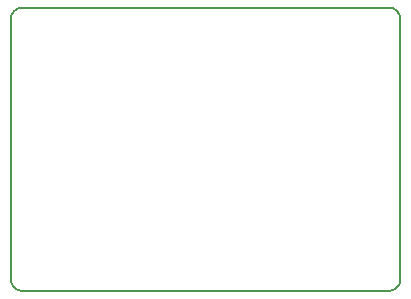
<source format=gm1>
G04 #@! TF.GenerationSoftware,KiCad,Pcbnew,(5.1.2)-1*
G04 #@! TF.CreationDate,2021-06-27T21:29:46+09:00*
G04 #@! TF.ProjectId,IR,49522e6b-6963-4616-945f-706362585858,v1.1*
G04 #@! TF.SameCoordinates,Original*
G04 #@! TF.FileFunction,Profile,NP*
%FSLAX46Y46*%
G04 Gerber Fmt 4.6, Leading zero omitted, Abs format (unit mm)*
G04 Created by KiCad (PCBNEW (5.1.2)-1) date 2021-06-27 21:29:46*
%MOMM*%
%LPD*%
G04 APERTURE LIST*
%ADD10C,0.150000*%
G04 APERTURE END LIST*
D10*
X209000000Y-123000000D02*
X178000000Y-123000000D01*
X177000000Y-122000000D02*
G75*
G03X178000000Y-123000000I1000000J0D01*
G01*
X177000000Y-100000000D02*
X177000000Y-122000000D01*
X209000000Y-123000000D02*
G75*
G03X210000000Y-122000000I0J1000000D01*
G01*
X210000000Y-100000000D02*
X210000000Y-122000000D01*
X178000000Y-99000000D02*
G75*
G03X177000000Y-100000000I0J-1000000D01*
G01*
X210000000Y-100000000D02*
G75*
G03X209000000Y-99000000I-1000000J0D01*
G01*
X178000000Y-99000000D02*
X209000000Y-99000000D01*
M02*

</source>
